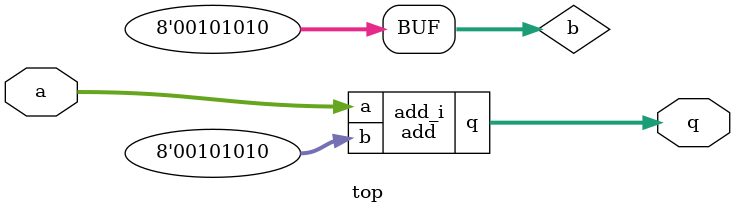
<source format=sv>
module add(input [7:0] a, input [7:0] b, output [7:0] q);
	assign q = a + b;
endmodule

module top(input [7:0] a, output [7:0] q);
	wire [7:0] b = 8'd42;
	add add_i(.*);
endmodule

</source>
